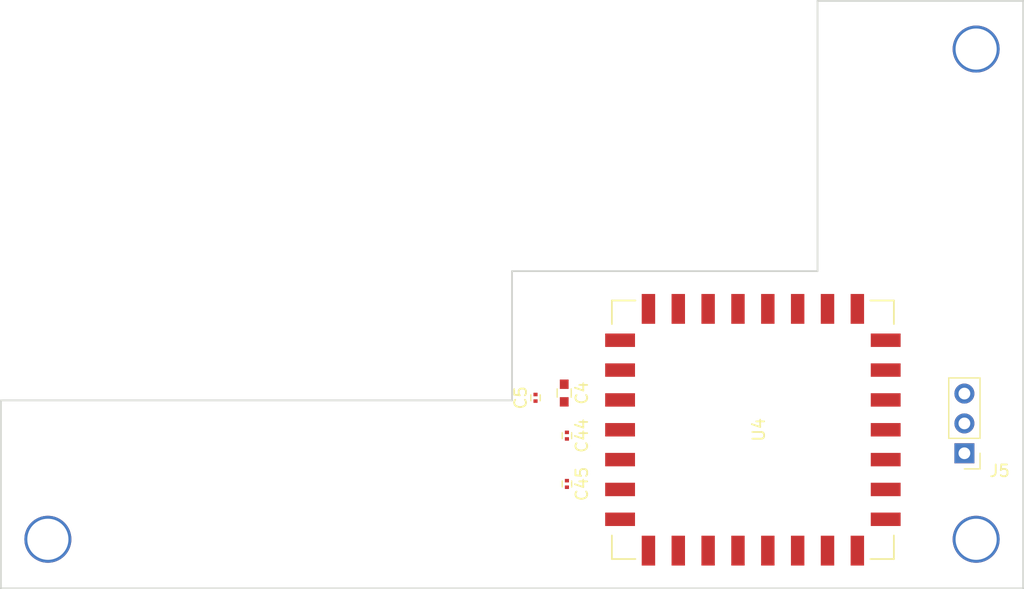
<source format=kicad_pcb>
(kicad_pcb (version 20171130) (host pcbnew 5.0.0-rc2-dev-unknown-2da7199~62~ubuntu16.04.1)

  (general
    (thickness 1.6)
    (drawings 8)
    (tracks 20)
    (zones 0)
    (modules 9)
    (nets 30)
  )

  (page A4)
  (layers
    (0 F.Cu signal)
    (1 In1.Cu signal hide)
    (2 In2.Cu signal hide)
    (3 In3.Cu signal hide)
    (4 In4.Cu signal hide)
    (31 B.Cu signal)
    (32 B.Adhes user hide)
    (33 F.Adhes user hide)
    (34 B.Paste user)
    (35 F.Paste user)
    (36 B.SilkS user)
    (37 F.SilkS user)
    (38 B.Mask user)
    (39 F.Mask user)
    (40 Dwgs.User user)
    (41 Cmts.User user)
    (42 Eco1.User user)
    (43 Eco2.User user)
    (44 Edge.Cuts user)
    (45 Margin user)
    (46 B.CrtYd user hide)
    (47 F.CrtYd user)
    (48 B.Fab user hide)
    (49 F.Fab user hide)
  )

  (setup
    (last_trace_width 0.25)
    (user_trace_width 0.127)
    (user_trace_width 0.1524)
    (user_trace_width 0.1778)
    (user_trace_width 0.2)
    (user_trace_width 0.254)
    (user_trace_width 0.2794)
    (user_trace_width 0.4)
    (user_trace_width 0.508)
    (trace_clearance 0.1)
    (zone_clearance 0.254)
    (zone_45_only yes)
    (trace_min 0.127)
    (segment_width 0.2)
    (edge_width 0.15)
    (via_size 0.8)
    (via_drill 0.4)
    (via_min_size 0.3556)
    (via_min_drill 0.1524)
    (user_via 0.3556 0.1524)
    (user_via 0.508 0.2032)
    (uvia_size 0.3)
    (uvia_drill 0.1)
    (uvias_allowed no)
    (uvia_min_size 0.2)
    (uvia_min_drill 0.1)
    (pcb_text_width 0.3)
    (pcb_text_size 1.5 1.5)
    (mod_edge_width 0.127)
    (mod_text_size 0.6 0.6)
    (mod_text_width 0.127)
    (pad_size 4 4)
    (pad_drill 3.5)
    (pad_to_mask_clearance 0.1)
    (aux_axis_origin 0 0)
    (grid_origin 138.5 92.5)
    (visible_elements FFFFFF7F)
    (pcbplotparams
      (layerselection 0x010fc_ffffffff)
      (usegerberextensions false)
      (usegerberattributes true)
      (usegerberadvancedattributes true)
      (creategerberjobfile true)
      (excludeedgelayer true)
      (linewidth 0.100000)
      (plotframeref false)
      (viasonmask false)
      (mode 1)
      (useauxorigin false)
      (hpglpennumber 1)
      (hpglpenspeed 20)
      (hpglpendiameter 15)
      (psnegative false)
      (psa4output false)
      (plotreference true)
      (plotvalue true)
      (plotinvisibletext false)
      (padsonsilk false)
      (subtractmaskfromsilk false)
      (outputformat 1)
      (mirror false)
      (drillshape 0)
      (scaleselection 1)
      (outputdirectory fab))
  )

  (net 0 "")
  (net 1 GND)
  (net 2 +3V3)
  (net 3 +1V8)
  (net 4 USB1_SSTX+)
  (net 5 /imu/CS_3V3)
  (net 6 /imu/SYNC_IN_3V3)
  (net 7 /imu/NRST_3V3)
  (net 8 /imu/MISO_3V3)
  (net 9 /imu/MOSI_3V3)
  (net 10 /imu/SCK_3V3)
  (net 11 IMU_RX1)
  (net 12 IMU_TX1)
  (net 13 /imu/SYNC_OUT_3V3)
  (net 14 /imu/TARE_3V3)
  (net 15 /imu/TX2)
  (net 16 /imu/RX2)
  (net 17 "Net-(U4-Pad8)")
  (net 18 "Net-(U4-Pad11)")
  (net 19 "Net-(U4-Pad14)")
  (net 20 "Net-(U4-Pad15)")
  (net 21 "Net-(U4-Pad20)")
  (net 22 "Net-(U4-Pad24)")
  (net 23 "Net-(U4-Pad25)")
  (net 24 "Net-(U4-Pad26)")
  (net 25 "Net-(U4-Pad27)")
  (net 26 "Net-(U4-Pad29)")
  (net 27 "Net-(M1-Pad1)")
  (net 28 "Net-(M2-Pad1)")
  (net 29 "Net-(M3-Pad1)")

  (net_class Default "This is the default net class."
    (clearance 0.1)
    (trace_width 0.25)
    (via_dia 0.8)
    (via_drill 0.4)
    (uvia_dia 0.3)
    (uvia_drill 0.1)
    (diff_pair_gap 0.127)
    (diff_pair_width 0.1778)
    (add_net +1V8)
    (add_net +3V3)
    (add_net /imu/CS_3V3)
    (add_net /imu/MISO_3V3)
    (add_net /imu/MOSI_3V3)
    (add_net /imu/NRST_3V3)
    (add_net /imu/RX2)
    (add_net /imu/SCK_3V3)
    (add_net /imu/SYNC_IN_3V3)
    (add_net /imu/SYNC_OUT_3V3)
    (add_net /imu/TARE_3V3)
    (add_net /imu/TX2)
    (add_net GND)
    (add_net IMU_RX1)
    (add_net IMU_TX1)
    (add_net "Net-(M1-Pad1)")
    (add_net "Net-(M2-Pad1)")
    (add_net "Net-(M3-Pad1)")
    (add_net "Net-(U4-Pad11)")
    (add_net "Net-(U4-Pad14)")
    (add_net "Net-(U4-Pad15)")
    (add_net "Net-(U4-Pad20)")
    (add_net "Net-(U4-Pad24)")
    (add_net "Net-(U4-Pad25)")
    (add_net "Net-(U4-Pad26)")
    (add_net "Net-(U4-Pad27)")
    (add_net "Net-(U4-Pad29)")
    (add_net "Net-(U4-Pad8)")
    (add_net USB1_SSTX+)
  )

  (module Mounting_Holes:MountingHole_3.5mm (layer F.Cu) (tedit 5A9CF095) (tstamp 5A9CF437)
    (at 178 130.82)
    (descr "Mounting Hole 3.5mm, no annular")
    (tags "mounting hole 3.5mm no annular")
    (path /5A9CF2F9)
    (attr virtual)
    (fp_text reference M3 (at 0 -4.5) (layer F.SilkS) hide
      (effects (font (size 1 1) (thickness 0.15)))
    )
    (fp_text value Conn_01x01 (at 0 4.5) (layer F.Fab)
      (effects (font (size 1 1) (thickness 0.15)))
    )
    (fp_circle (center 0 0) (end 3.75 0) (layer F.CrtYd) (width 0.05))
    (fp_circle (center 0 0) (end 3.5 0) (layer Cmts.User) (width 0.15))
    (fp_text user %R (at 0.3 0) (layer F.Fab)
      (effects (font (size 1 1) (thickness 0.15)))
    )
    (pad 1 thru_hole circle (at 0 0) (size 4 4) (drill 3.5) (layers *.Cu *.Mask)
      (net 29 "Net-(M3-Pad1)"))
  )

  (module Mounting_Holes:MountingHole_3.5mm (layer F.Cu) (tedit 5A9CF070) (tstamp 5A9CF42F)
    (at 99 130.82)
    (descr "Mounting Hole 3.5mm, no annular")
    (tags "mounting hole 3.5mm no annular")
    (path /5A9CF2DD)
    (attr virtual)
    (fp_text reference M2 (at 0 -4.5) (layer F.SilkS) hide
      (effects (font (size 1 1) (thickness 0.15)))
    )
    (fp_text value Conn_01x01 (at 0 4.5) (layer F.Fab)
      (effects (font (size 1 1) (thickness 0.15)))
    )
    (fp_text user %R (at 0.3 0) (layer F.Fab)
      (effects (font (size 1 1) (thickness 0.15)))
    )
    (fp_circle (center 0 0) (end 3.5 0) (layer Cmts.User) (width 0.15))
    (fp_circle (center 0 0) (end 3.75 0) (layer F.CrtYd) (width 0.05))
    (pad 1 thru_hole circle (at 0 0) (size 4 4) (drill 3.5) (layers *.Cu *.Mask)
      (net 28 "Net-(M2-Pad1)"))
  )

  (module Mounting_Holes:MountingHole_3.5mm (layer F.Cu) (tedit 5A9CF066) (tstamp 5A9CF427)
    (at 178 89.1)
    (descr "Mounting Hole 3.5mm, no annular")
    (tags "mounting hole 3.5mm no annular")
    (path /5A9CF2A7)
    (attr virtual)
    (fp_text reference M1 (at -5 -0.6) (layer F.SilkS) hide
      (effects (font (size 1 1) (thickness 0.15)))
    )
    (fp_text value Conn_01x01 (at 0 4.5) (layer F.Fab)
      (effects (font (size 1 1) (thickness 0.15)))
    )
    (fp_circle (center 0 0) (end 3.75 0) (layer F.CrtYd) (width 0.05))
    (fp_circle (center 0 0) (end 3.5 0) (layer Cmts.User) (width 0.15))
    (fp_text user %R (at 0.3 0) (layer F.Fab)
      (effects (font (size 1 1) (thickness 0.15)))
    )
    (pad 1 thru_hole circle (at 0 0) (size 4 4) (drill 3.5) (layers *.Cu *.Mask)
      (net 27 "Net-(M1-Pad1)"))
  )

  (module Capacitors_SMD:C_0201 (layer F.Cu) (tedit 58AA83DF) (tstamp 5A9CE98A)
    (at 143.1725 126.110952 270)
    (descr "Capacitor SMD 0201, reflow soldering, AVX (see smccp.pdf)")
    (tags "capacitor 0201")
    (path /5A9F7744/59E2A674)
    (attr smd)
    (fp_text reference C45 (at 0 -1.27 270) (layer F.SilkS)
      (effects (font (size 1 1) (thickness 0.15)))
    )
    (fp_text value 100n (at 0 1.27 270) (layer F.Fab)
      (effects (font (size 1 1) (thickness 0.15)))
    )
    (fp_line (start 0.58 0.32) (end -0.58 0.32) (layer F.CrtYd) (width 0.05))
    (fp_line (start 0.58 0.32) (end 0.58 -0.33) (layer F.CrtYd) (width 0.05))
    (fp_line (start -0.58 -0.33) (end -0.58 0.32) (layer F.CrtYd) (width 0.05))
    (fp_line (start -0.58 -0.33) (end 0.58 -0.33) (layer F.CrtYd) (width 0.05))
    (fp_line (start -0.25 -0.4) (end 0.25 -0.4) (layer F.SilkS) (width 0.12))
    (fp_line (start 0.25 0.4) (end -0.25 0.4) (layer F.SilkS) (width 0.12))
    (fp_line (start -0.3 -0.15) (end 0.3 -0.15) (layer F.Fab) (width 0.1))
    (fp_line (start 0.3 -0.15) (end 0.3 0.15) (layer F.Fab) (width 0.1))
    (fp_line (start 0.3 0.15) (end -0.3 0.15) (layer F.Fab) (width 0.1))
    (fp_line (start -0.3 0.15) (end -0.3 -0.15) (layer F.Fab) (width 0.1))
    (fp_text user %R (at 0 -1.27 270) (layer F.Fab)
      (effects (font (size 1 1) (thickness 0.15)))
    )
    (pad 2 smd rect (at 0.28 0 270) (size 0.3 0.35) (layers F.Cu F.Paste F.Mask)
      (net 1 GND))
    (pad 1 smd rect (at -0.28 0 270) (size 0.3 0.35) (layers F.Cu F.Paste F.Mask)
      (net 2 +3V3))
    (model Capacitors_SMD.3dshapes/C_0201.wrl
      (at (xyz 0 0 0))
      (scale (xyz 1 1 1))
      (rotate (xyz 0 0 0))
    )
  )

  (module Capacitors_SMD:C_0201 (layer F.Cu) (tedit 58AA83DF) (tstamp 5A9CE979)
    (at 143.1725 122.000952 270)
    (descr "Capacitor SMD 0201, reflow soldering, AVX (see smccp.pdf)")
    (tags "capacitor 0201")
    (path /5A9F7744/59E2A67B)
    (attr smd)
    (fp_text reference C44 (at 0 -1.27 270) (layer F.SilkS)
      (effects (font (size 1 1) (thickness 0.15)))
    )
    (fp_text value 100n (at 0 1.27 270) (layer F.Fab)
      (effects (font (size 1 1) (thickness 0.15)))
    )
    (fp_text user %R (at 0 -1.27 270) (layer F.Fab)
      (effects (font (size 1 1) (thickness 0.15)))
    )
    (fp_line (start -0.3 0.15) (end -0.3 -0.15) (layer F.Fab) (width 0.1))
    (fp_line (start 0.3 0.15) (end -0.3 0.15) (layer F.Fab) (width 0.1))
    (fp_line (start 0.3 -0.15) (end 0.3 0.15) (layer F.Fab) (width 0.1))
    (fp_line (start -0.3 -0.15) (end 0.3 -0.15) (layer F.Fab) (width 0.1))
    (fp_line (start 0.25 0.4) (end -0.25 0.4) (layer F.SilkS) (width 0.12))
    (fp_line (start -0.25 -0.4) (end 0.25 -0.4) (layer F.SilkS) (width 0.12))
    (fp_line (start -0.58 -0.33) (end 0.58 -0.33) (layer F.CrtYd) (width 0.05))
    (fp_line (start -0.58 -0.33) (end -0.58 0.32) (layer F.CrtYd) (width 0.05))
    (fp_line (start 0.58 0.32) (end 0.58 -0.33) (layer F.CrtYd) (width 0.05))
    (fp_line (start 0.58 0.32) (end -0.58 0.32) (layer F.CrtYd) (width 0.05))
    (pad 1 smd rect (at -0.28 0 270) (size 0.3 0.35) (layers F.Cu F.Paste F.Mask)
      (net 3 +1V8))
    (pad 2 smd rect (at 0.28 0 270) (size 0.3 0.35) (layers F.Cu F.Paste F.Mask)
      (net 1 GND))
    (model Capacitors_SMD.3dshapes/C_0201.wrl
      (at (xyz 0 0 0))
      (scale (xyz 1 1 1))
      (rotate (xyz 0 0 0))
    )
  )

  (module Capacitors_SMD:C_0201 (layer F.Cu) (tedit 58AA83DF) (tstamp 5A9CE968)
    (at 140.5 118.78 90)
    (descr "Capacitor SMD 0201, reflow soldering, AVX (see smccp.pdf)")
    (tags "capacitor 0201")
    (path /5A9F7744/59E07815)
    (attr smd)
    (fp_text reference C5 (at 0 -1.27 90) (layer F.SilkS)
      (effects (font (size 1 1) (thickness 0.15)))
    )
    (fp_text value 100n (at 0 1.27 90) (layer F.Fab)
      (effects (font (size 1 1) (thickness 0.15)))
    )
    (fp_line (start 0.58 0.32) (end -0.58 0.32) (layer F.CrtYd) (width 0.05))
    (fp_line (start 0.58 0.32) (end 0.58 -0.33) (layer F.CrtYd) (width 0.05))
    (fp_line (start -0.58 -0.33) (end -0.58 0.32) (layer F.CrtYd) (width 0.05))
    (fp_line (start -0.58 -0.33) (end 0.58 -0.33) (layer F.CrtYd) (width 0.05))
    (fp_line (start -0.25 -0.4) (end 0.25 -0.4) (layer F.SilkS) (width 0.12))
    (fp_line (start 0.25 0.4) (end -0.25 0.4) (layer F.SilkS) (width 0.12))
    (fp_line (start -0.3 -0.15) (end 0.3 -0.15) (layer F.Fab) (width 0.1))
    (fp_line (start 0.3 -0.15) (end 0.3 0.15) (layer F.Fab) (width 0.1))
    (fp_line (start 0.3 0.15) (end -0.3 0.15) (layer F.Fab) (width 0.1))
    (fp_line (start -0.3 0.15) (end -0.3 -0.15) (layer F.Fab) (width 0.1))
    (fp_text user %R (at 0 -1.27 90) (layer F.Fab)
      (effects (font (size 1 1) (thickness 0.15)))
    )
    (pad 2 smd rect (at 0.28 0 90) (size 0.3 0.35) (layers F.Cu F.Paste F.Mask)
      (net 1 GND))
    (pad 1 smd rect (at -0.28 0 90) (size 0.3 0.35) (layers F.Cu F.Paste F.Mask)
      (net 2 +3V3))
    (model Capacitors_SMD.3dshapes/C_0201.wrl
      (at (xyz 0 0 0))
      (scale (xyz 1 1 1))
      (rotate (xyz 0 0 0))
    )
  )

  (module Capacitors_SMD:C_0603 (layer F.Cu) (tedit 59958EE7) (tstamp 5A9CE957)
    (at 142.9425 118.374762 270)
    (descr "Capacitor SMD 0603, reflow soldering, AVX (see smccp.pdf)")
    (tags "capacitor 0603")
    (path /5A9F7744/59E0773B)
    (attr smd)
    (fp_text reference C4 (at 0 -1.5 270) (layer F.SilkS)
      (effects (font (size 1 1) (thickness 0.15)))
    )
    (fp_text value 10u (at 0 1.5 270) (layer F.Fab)
      (effects (font (size 1 1) (thickness 0.15)))
    )
    (fp_text user %R (at 0 0 270) (layer F.Fab)
      (effects (font (size 0.3 0.3) (thickness 0.075)))
    )
    (fp_line (start -0.8 0.4) (end -0.8 -0.4) (layer F.Fab) (width 0.1))
    (fp_line (start 0.8 0.4) (end -0.8 0.4) (layer F.Fab) (width 0.1))
    (fp_line (start 0.8 -0.4) (end 0.8 0.4) (layer F.Fab) (width 0.1))
    (fp_line (start -0.8 -0.4) (end 0.8 -0.4) (layer F.Fab) (width 0.1))
    (fp_line (start -0.35 -0.6) (end 0.35 -0.6) (layer F.SilkS) (width 0.12))
    (fp_line (start 0.35 0.6) (end -0.35 0.6) (layer F.SilkS) (width 0.12))
    (fp_line (start -1.4 -0.65) (end 1.4 -0.65) (layer F.CrtYd) (width 0.05))
    (fp_line (start -1.4 -0.65) (end -1.4 0.65) (layer F.CrtYd) (width 0.05))
    (fp_line (start 1.4 0.65) (end 1.4 -0.65) (layer F.CrtYd) (width 0.05))
    (fp_line (start 1.4 0.65) (end -1.4 0.65) (layer F.CrtYd) (width 0.05))
    (pad 1 smd rect (at -0.75 0 270) (size 0.8 0.75) (layers F.Cu F.Paste F.Mask)
      (net 2 +3V3))
    (pad 2 smd rect (at 0.75 0 270) (size 0.8 0.75) (layers F.Cu F.Paste F.Mask)
      (net 1 GND))
    (model Capacitors_SMD.3dshapes/C_0603.wrl
      (at (xyz 0 0 0))
      (scale (xyz 1 1 1))
      (rotate (xyz 0 0 0))
    )
  )

  (module IMU:VN-100 (layer F.Cu) (tedit 59820EE6) (tstamp 5A9DABB3)
    (at 159 121.5 90)
    (path /5A9F7744/59E05F71)
    (attr smd)
    (fp_text reference U4 (at 0 0.5 90) (layer F.SilkS)
      (effects (font (size 1 1) (thickness 0.15)))
    )
    (fp_text value VN-100 (at 0 -0.5 90) (layer F.Fab)
      (effects (font (size 1 1) (thickness 0.15)))
    )
    (fp_line (start 9 12) (end 11 12) (layer F.SilkS) (width 0.15))
    (fp_line (start 11 12) (end 11 10) (layer F.SilkS) (width 0.15))
    (fp_line (start 11 -10) (end 11 -12) (layer F.SilkS) (width 0.15))
    (fp_line (start 11 -12) (end 9 -12) (layer F.SilkS) (width 0.15))
    (fp_line (start -9 -12) (end -11 -12) (layer F.SilkS) (width 0.15))
    (fp_line (start -11 -12) (end -11 -10) (layer F.SilkS) (width 0.15))
    (fp_line (start -11 10) (end -11 12) (layer F.SilkS) (width 0.15))
    (fp_line (start -11 12) (end -9 12) (layer F.SilkS) (width 0.15))
    (pad 1 smd rect (at 10.287 8.89 90) (size 2.54 1.143) (layers F.Cu F.Paste F.Mask)
      (net 1 GND))
    (pad 2 smd rect (at 10.287 6.35 90) (size 2.54 1.143) (layers F.Cu F.Paste F.Mask)
      (net 1 GND))
    (pad 3 smd rect (at 10.287 3.81 90) (size 2.54 1.143) (layers F.Cu F.Paste F.Mask)
      (net 1 GND))
    (pad 4 smd rect (at 10.287 1.27 90) (size 2.54 1.143) (layers F.Cu F.Paste F.Mask)
      (net 1 GND))
    (pad 5 smd rect (at 10.287 -1.27 90) (size 2.54 1.143) (layers F.Cu F.Paste F.Mask)
      (net 15 /imu/TX2))
    (pad 6 smd rect (at 10.287 -3.81 90) (size 2.54 1.143) (layers F.Cu F.Paste F.Mask)
      (net 16 /imu/RX2))
    (pad 7 smd rect (at 10.287 -6.35 90) (size 2.54 1.143) (layers F.Cu F.Paste F.Mask)
      (net 14 /imu/TARE_3V3))
    (pad 8 smd rect (at 10.287 -8.89 90) (size 2.54 1.143) (layers F.Cu F.Paste F.Mask)
      (net 17 "Net-(U4-Pad8)"))
    (pad 9 smd rect (at 7.62 -11.303 180) (size 2.54 1.143) (layers F.Cu F.Paste F.Mask)
      (net 13 /imu/SYNC_OUT_3V3))
    (pad 10 smd rect (at 5.08 -11.303 180) (size 2.54 1.143) (layers F.Cu F.Paste F.Mask)
      (net 2 +3V3))
    (pad 11 smd rect (at 2.54 -11.303 180) (size 2.54 1.143) (layers F.Cu F.Paste F.Mask)
      (net 18 "Net-(U4-Pad11)"))
    (pad 12 smd rect (at 0 -11.303 180) (size 2.54 1.143) (layers F.Cu F.Paste F.Mask)
      (net 12 IMU_TX1))
    (pad 13 smd rect (at -2.54 -11.303 180) (size 2.54 1.143) (layers F.Cu F.Paste F.Mask)
      (net 11 IMU_RX1))
    (pad 14 smd rect (at -5.08 -11.303 180) (size 2.54 1.143) (layers F.Cu F.Paste F.Mask)
      (net 19 "Net-(U4-Pad14)"))
    (pad 15 smd rect (at -7.62 -11.303 180) (size 2.54 1.143) (layers F.Cu F.Paste F.Mask)
      (net 20 "Net-(U4-Pad15)"))
    (pad 16 smd rect (at -10.287 -8.89 270) (size 2.54 1.143) (layers F.Cu F.Paste F.Mask)
      (net 10 /imu/SCK_3V3))
    (pad 17 smd rect (at -10.287 -6.35 270) (size 2.54 1.143) (layers F.Cu F.Paste F.Mask)
      (net 9 /imu/MOSI_3V3))
    (pad 18 smd rect (at -10.287 -3.81 270) (size 2.54 1.143) (layers F.Cu F.Paste F.Mask)
      (net 1 GND))
    (pad 19 smd rect (at -10.287 -1.27 270) (size 2.54 1.143) (layers F.Cu F.Paste F.Mask)
      (net 8 /imu/MISO_3V3))
    (pad 20 smd rect (at -10.287 1.27 270) (size 2.54 1.143) (layers F.Cu F.Paste F.Mask)
      (net 21 "Net-(U4-Pad20)"))
    (pad 21 smd rect (at -10.287 3.81 270) (size 2.54 1.143) (layers F.Cu F.Paste F.Mask)
      (net 7 /imu/NRST_3V3))
    (pad 22 smd rect (at -10.287 6.35 270) (size 2.54 1.143) (layers F.Cu F.Paste F.Mask)
      (net 6 /imu/SYNC_IN_3V3))
    (pad 23 smd rect (at -10.287 8.89 270) (size 2.54 1.143) (layers F.Cu F.Paste F.Mask)
      (net 5 /imu/CS_3V3))
    (pad 24 smd rect (at -7.62 11.303) (size 2.54 1.143) (layers F.Cu F.Paste F.Mask)
      (net 22 "Net-(U4-Pad24)"))
    (pad 25 smd rect (at -5.08 11.303) (size 2.54 1.143) (layers F.Cu F.Paste F.Mask)
      (net 23 "Net-(U4-Pad25)"))
    (pad 26 smd rect (at -2.54 11.303) (size 2.54 1.143) (layers F.Cu F.Paste F.Mask)
      (net 24 "Net-(U4-Pad26)"))
    (pad 27 smd rect (at 0 11.303) (size 2.54 1.143) (layers F.Cu F.Paste F.Mask)
      (net 25 "Net-(U4-Pad27)"))
    (pad 28 smd rect (at 2.54 11.303) (size 2.54 1.143) (layers F.Cu F.Paste F.Mask)
      (net 1 GND))
    (pad 29 smd rect (at 5.08 11.303) (size 2.54 1.143) (layers F.Cu F.Paste F.Mask)
      (net 26 "Net-(U4-Pad29)"))
    (pad 30 smd rect (at 7.62 11.303) (size 2.54 1.143) (layers F.Cu F.Paste F.Mask)
      (net 1 GND))
    (model ${KIWORKSPACE}/osrf_hw_nonfree/IMU.3dshapes/VN-100SMD.STEP
      (offset (xyz -11.1499998325438 -12.14999981752531 0))
      (scale (xyz 1 1 1))
      (rotate (xyz -90 0 0))
    )
  )

  (module Pin_Headers:Pin_Header_Straight_1x03_Pitch2.54mm (layer F.Cu) (tedit 59650532) (tstamp 5A9D7C93)
    (at 177 123.5 180)
    (descr "Through hole straight pin header, 1x03, 2.54mm pitch, single row")
    (tags "Through hole pin header THT 1x03 2.54mm single row")
    (path /5A9F7744/59FD5F55)
    (fp_text reference J5 (at -3 -1.5 180) (layer F.SilkS)
      (effects (font (size 1 1) (thickness 0.15)))
    )
    (fp_text value "IMU DEBUG" (at 0 7.41 180) (layer F.Fab)
      (effects (font (size 1 1) (thickness 0.15)))
    )
    (fp_text user %R (at 0 2.54 270) (layer F.Fab)
      (effects (font (size 1 1) (thickness 0.15)))
    )
    (fp_line (start 1.8 -1.8) (end -1.8 -1.8) (layer F.CrtYd) (width 0.05))
    (fp_line (start 1.8 6.85) (end 1.8 -1.8) (layer F.CrtYd) (width 0.05))
    (fp_line (start -1.8 6.85) (end 1.8 6.85) (layer F.CrtYd) (width 0.05))
    (fp_line (start -1.8 -1.8) (end -1.8 6.85) (layer F.CrtYd) (width 0.05))
    (fp_line (start -1.33 -1.33) (end 0 -1.33) (layer F.SilkS) (width 0.12))
    (fp_line (start -1.33 0) (end -1.33 -1.33) (layer F.SilkS) (width 0.12))
    (fp_line (start -1.33 1.27) (end 1.33 1.27) (layer F.SilkS) (width 0.12))
    (fp_line (start 1.33 1.27) (end 1.33 6.41) (layer F.SilkS) (width 0.12))
    (fp_line (start -1.33 1.27) (end -1.33 6.41) (layer F.SilkS) (width 0.12))
    (fp_line (start -1.33 6.41) (end 1.33 6.41) (layer F.SilkS) (width 0.12))
    (fp_line (start -1.27 -0.635) (end -0.635 -1.27) (layer F.Fab) (width 0.1))
    (fp_line (start -1.27 6.35) (end -1.27 -0.635) (layer F.Fab) (width 0.1))
    (fp_line (start 1.27 6.35) (end -1.27 6.35) (layer F.Fab) (width 0.1))
    (fp_line (start 1.27 -1.27) (end 1.27 6.35) (layer F.Fab) (width 0.1))
    (fp_line (start -0.635 -1.27) (end 1.27 -1.27) (layer F.Fab) (width 0.1))
    (pad 3 thru_hole oval (at 0 5.08 180) (size 1.7 1.7) (drill 1) (layers *.Cu *.Mask)
      (net 1 GND))
    (pad 2 thru_hole oval (at 0 2.54 180) (size 1.7 1.7) (drill 1) (layers *.Cu *.Mask)
      (net 15 /imu/TX2))
    (pad 1 thru_hole rect (at 0 0 180) (size 1.7 1.7) (drill 1) (layers *.Cu *.Mask)
      (net 16 /imu/RX2))
    (model ${KISYS3DMOD}/Pin_Headers.3dshapes/Pin_Header_Straight_1x03_Pitch2.54mm.wrl
      (at (xyz 0 0 0))
      (scale (xyz 1 1 1))
      (rotate (xyz 0 0 0))
    )
  )

  (gr_line (start 138.5 119) (end 95 119) (layer Edge.Cuts) (width 0.15))
  (gr_line (start 138.5 108) (end 138.5 119) (layer Edge.Cuts) (width 0.15))
  (gr_line (start 164.5 108) (end 138.5 108) (layer Edge.Cuts) (width 0.15))
  (gr_line (start 164.5 85) (end 164.5 108) (layer Edge.Cuts) (width 0.15))
  (gr_line (start 95 119) (end 95 135) (layer Edge.Cuts) (width 0.15))
  (gr_line (start 182 135) (end 182 85) (layer Edge.Cuts) (width 0.15))
  (gr_line (start 95 135) (end 182 135) (layer Edge.Cuts) (width 0.15))
  (gr_line (start 164.5 85) (end 182 85) (layer Edge.Cuts) (width 0.15))

  (segment (start 162.5 113.7) (end 161.2 112.4) (width 0.1778) (layer In1.Cu) (net 4))
  (segment (start 163.3 112.9) (end 162.3 111.9) (width 0.1778) (layer In1.Cu) (net 4))
  (segment (start 164.1 112.1) (end 163.2 111.2) (width 0.1778) (layer In1.Cu) (net 4))
  (segment (start 162.5 115.3) (end 161.7 114.5) (width 0.1778) (layer In1.Cu) (net 4))
  (segment (start 163.3 114.5) (end 164.4 115.6) (width 0.1778) (layer In1.Cu) (net 4))
  (segment (start 164.1 113.7) (end 165.1 114.7) (width 0.1778) (layer In1.Cu) (net 4))
  (segment (start 164.9 112.9) (end 166 114) (width 0.1778) (layer In1.Cu) (net 4))
  (segment (start 164.9 112.9) (end 164.1 112.1) (width 0.1778) (layer In1.Cu) (net 4))
  (segment (start 164.1 113.7) (end 163.3 112.9) (width 0.1778) (layer In1.Cu) (net 4))
  (segment (start 163.3 114.5) (end 162.5 113.7) (width 0.1778) (layer In1.Cu) (net 4))
  (segment (start 163.3 114.5) (end 162.5 115.3) (width 0.1778) (layer In1.Cu) (net 4))
  (segment (start 164.1 113.7) (end 163.3 114.5) (width 0.1778) (layer In1.Cu) (net 4))
  (segment (start 164.9 112.9) (end 164.1 113.7) (width 0.1778) (layer In1.Cu) (net 4))
  (segment (start 164.9 112.9) (end 166 111.8) (width 0.1778) (layer In1.Cu) (net 4))
  (segment (start 164.1 112.1) (end 164.9 111.3) (width 0.1778) (layer In1.Cu) (net 4))
  (segment (start 163.3 112.9) (end 164.1 112.1) (width 0.1778) (layer In1.Cu) (net 4))
  (segment (start 162.5 113.7) (end 161.7 114.5) (width 0.1778) (layer In1.Cu) (net 4))
  (segment (start 163.3 112.9) (end 162.5 113.7) (width 0.1778) (layer In1.Cu) (net 4))
  (segment (start 178.305 90.55) (end 178.305 90.25) (width 0.25) (layer F.Cu) (net 27))
  (segment (start 164.4 110.9) (end 163.6 110.1) (width 0.1778) (layer In1.Cu) (net 1))

  (zone (net 1) (net_name GND) (layer In1.Cu) (tstamp 0) (hatch edge 0.508)
    (connect_pads (clearance 0.254))
    (min_thickness 0.254)
    (fill yes (arc_segments 32) (thermal_gap 0.508) (thermal_bridge_width 0.8))
    (polygon
      (pts
        (xy 95 135) (xy 213 135) (xy 213 79.5) (xy 95 79.5)
      )
    )
    (filled_polygon
      (pts
        (xy 181.544 134.544) (xy 95.456 134.544) (xy 95.456 130.585492) (xy 96.619 130.585492) (xy 96.619 131.054508)
        (xy 96.7105 131.514512) (xy 96.889985 131.947827) (xy 97.150556 132.337799) (xy 97.482201 132.669444) (xy 97.872173 132.930015)
        (xy 98.305488 133.1095) (xy 98.765492 133.201) (xy 99.234508 133.201) (xy 99.694512 133.1095) (xy 100.127827 132.930015)
        (xy 100.517799 132.669444) (xy 100.849444 132.337799) (xy 101.110015 131.947827) (xy 101.2895 131.514512) (xy 101.381 131.054508)
        (xy 101.381 130.585492) (xy 175.619 130.585492) (xy 175.619 131.054508) (xy 175.7105 131.514512) (xy 175.889985 131.947827)
        (xy 176.150556 132.337799) (xy 176.482201 132.669444) (xy 176.872173 132.930015) (xy 177.305488 133.1095) (xy 177.765492 133.201)
        (xy 178.234508 133.201) (xy 178.694512 133.1095) (xy 179.127827 132.930015) (xy 179.517799 132.669444) (xy 179.849444 132.337799)
        (xy 180.110015 131.947827) (xy 180.2895 131.514512) (xy 180.381 131.054508) (xy 180.381 130.585492) (xy 180.2895 130.125488)
        (xy 180.110015 129.692173) (xy 179.849444 129.302201) (xy 179.517799 128.970556) (xy 179.127827 128.709985) (xy 178.694512 128.5305)
        (xy 178.234508 128.439) (xy 177.765492 128.439) (xy 177.305488 128.5305) (xy 176.872173 128.709985) (xy 176.482201 128.970556)
        (xy 176.150556 129.302201) (xy 175.889985 129.692173) (xy 175.7105 130.125488) (xy 175.619 130.585492) (xy 101.381 130.585492)
        (xy 101.2895 130.125488) (xy 101.110015 129.692173) (xy 100.849444 129.302201) (xy 100.517799 128.970556) (xy 100.127827 128.709985)
        (xy 99.694512 128.5305) (xy 99.234508 128.439) (xy 98.765492 128.439) (xy 98.305488 128.5305) (xy 97.872173 128.709985)
        (xy 97.482201 128.970556) (xy 97.150556 129.302201) (xy 96.889985 129.692173) (xy 96.7105 130.125488) (xy 96.619 130.585492)
        (xy 95.456 130.585492) (xy 95.456 124.8) (xy 143.423 124.8) (xy 143.423 126.8) (xy 143.432667 126.848601)
        (xy 143.460197 126.889803) (xy 143.501399 126.917333) (xy 143.55 126.927) (xy 143.95 126.927) (xy 143.998601 126.917333)
        (xy 144.039803 126.889803) (xy 144.067333 126.848601) (xy 144.077 126.8) (xy 144.077 124.8) (xy 144.423 124.8)
        (xy 144.423 126.8) (xy 144.432667 126.848601) (xy 144.460197 126.889803) (xy 144.501399 126.917333) (xy 144.55 126.927)
        (xy 145.45 126.927) (xy 145.498601 126.917333) (xy 145.539803 126.889803) (xy 145.567333 126.848601) (xy 145.577 126.8)
        (xy 145.577 124.8) (xy 145.923 124.8) (xy 145.923 126.8) (xy 145.932667 126.848601) (xy 145.960197 126.889803)
        (xy 146.001399 126.917333) (xy 146.05 126.927) (xy 146.95 126.927) (xy 146.998601 126.917333) (xy 147.039803 126.889803)
        (xy 147.067333 126.848601) (xy 147.077 126.8) (xy 147.077 124.8) (xy 147.423 124.8) (xy 147.423 126.8)
        (xy 147.432667 126.848601) (xy 147.460197 126.889803) (xy 147.501399 126.917333) (xy 147.55 126.927) (xy 148.45 126.927)
        (xy 148.498601 126.917333) (xy 148.539803 126.889803) (xy 148.567333 126.848601) (xy 148.577 126.8) (xy 148.577 124.8)
        (xy 148.923 124.8) (xy 148.923 126.8) (xy 148.932667 126.848601) (xy 148.960197 126.889803) (xy 149.001399 126.917333)
        (xy 149.05 126.927) (xy 149.45 126.927) (xy 149.498601 126.917333) (xy 149.539803 126.889803) (xy 149.567333 126.848601)
        (xy 149.577 126.8) (xy 149.577 124.8) (xy 149.567333 124.751399) (xy 149.539803 124.710197) (xy 149.498601 124.682667)
        (xy 149.45 124.673) (xy 149.05 124.673) (xy 149.001399 124.682667) (xy 148.960197 124.710197) (xy 148.932667 124.751399)
        (xy 148.923 124.8) (xy 148.577 124.8) (xy 148.567333 124.751399) (xy 148.539803 124.710197) (xy 148.498601 124.682667)
        (xy 148.45 124.673) (xy 147.55 124.673) (xy 147.501399 124.682667) (xy 147.460197 124.710197) (xy 147.432667 124.751399)
        (xy 147.423 124.8) (xy 147.077 124.8) (xy 147.067333 124.751399) (xy 147.039803 124.710197) (xy 146.998601 124.682667)
        (xy 146.95 124.673) (xy 146.05 124.673) (xy 146.001399 124.682667) (xy 145.960197 124.710197) (xy 145.932667 124.751399)
        (xy 145.923 124.8) (xy 145.577 124.8) (xy 145.567333 124.751399) (xy 145.539803 124.710197) (xy 145.498601 124.682667)
        (xy 145.45 124.673) (xy 144.55 124.673) (xy 144.501399 124.682667) (xy 144.460197 124.710197) (xy 144.432667 124.751399)
        (xy 144.423 124.8) (xy 144.077 124.8) (xy 144.067333 124.751399) (xy 144.039803 124.710197) (xy 143.998601 124.682667)
        (xy 143.95 124.673) (xy 143.55 124.673) (xy 143.501399 124.682667) (xy 143.460197 124.710197) (xy 143.432667 124.751399)
        (xy 143.423 124.8) (xy 95.456 124.8) (xy 95.456 122.65) (xy 175.767157 122.65) (xy 175.767157 124.35)
        (xy 175.774513 124.424689) (xy 175.796299 124.496508) (xy 175.831678 124.562696) (xy 175.879289 124.620711) (xy 175.937304 124.668322)
        (xy 176.003492 124.703701) (xy 176.075311 124.725487) (xy 176.15 124.732843) (xy 177.85 124.732843) (xy 177.924689 124.725487)
        (xy 177.996508 124.703701) (xy 178.062696 124.668322) (xy 178.120711 124.620711) (xy 178.168322 124.562696) (xy 178.203701 124.496508)
        (xy 178.225487 124.424689) (xy 178.232843 124.35) (xy 178.232843 122.65) (xy 178.225487 122.575311) (xy 178.203701 122.503492)
        (xy 178.168322 122.437304) (xy 178.120711 122.379289) (xy 178.062696 122.331678) (xy 177.996508 122.296299) (xy 177.924689 122.274513)
        (xy 177.85 122.267157) (xy 176.15 122.267157) (xy 176.075311 122.274513) (xy 176.003492 122.296299) (xy 175.937304 122.331678)
        (xy 175.879289 122.379289) (xy 175.831678 122.437304) (xy 175.796299 122.503492) (xy 175.774513 122.575311) (xy 175.767157 122.65)
        (xy 95.456 122.65) (xy 95.456 119.456) (xy 138.477601 119.456) (xy 138.5 119.458206) (xy 138.589392 119.449402)
        (xy 138.675348 119.423327) (xy 138.754566 119.380984) (xy 138.824001 119.324001) (xy 138.880984 119.254566) (xy 138.923327 119.175348)
        (xy 138.949402 119.089392) (xy 138.956 119.022399) (xy 138.958206 119) (xy 138.956 118.977601) (xy 138.956 118.917985)
        (xy 175.600988 118.917985) (xy 175.658612 119.057129) (xy 175.808684 119.306579) (xy 176.004538 119.521958) (xy 176.238647 119.694989)
        (xy 176.502014 119.819023) (xy 176.726998 119.720952) (xy 176.726998 119.756423) (xy 176.526637 119.817202) (xy 176.312784 119.931509)
        (xy 176.12534 120.08534) (xy 175.971509 120.272784) (xy 175.857202 120.486637) (xy 175.786812 120.718682) (xy 175.763044 120.96)
        (xy 175.786812 121.201318) (xy 175.857202 121.433363) (xy 175.971509 121.647216) (xy 176.12534 121.83466) (xy 176.312784 121.988491)
        (xy 176.526637 122.102798) (xy 176.758682 122.173188) (xy 176.939528 122.191) (xy 177.060472 122.191) (xy 177.241318 122.173188)
        (xy 177.473363 122.102798) (xy 177.687216 121.988491) (xy 177.87466 121.83466) (xy 178.028491 121.647216) (xy 178.142798 121.433363)
        (xy 178.213188 121.201318) (xy 178.236956 120.96) (xy 178.213188 120.718682) (xy 178.142798 120.486637) (xy 178.028491 120.272784)
        (xy 177.87466 120.08534) (xy 177.687216 119.931509) (xy 177.473363 119.817202) (xy 177.273002 119.756423) (xy 177.273002 119.720952)
        (xy 177.497986 119.819023) (xy 177.761353 119.694989) (xy 177.995462 119.521958) (xy 178.191316 119.306579) (xy 178.341388 119.057129)
        (xy 178.399012 118.917985) (xy 178.297848 118.693) (xy 177.273 118.693) (xy 177.273 118.713) (xy 176.727 118.713)
        (xy 176.727 118.693) (xy 175.702152 118.693) (xy 175.600988 118.917985) (xy 138.956 118.917985) (xy 138.956 117.922015)
        (xy 175.600988 117.922015) (xy 175.702152 118.147) (xy 176.727 118.147) (xy 176.727 117.119049) (xy 177.273 117.119049)
        (xy 177.273 118.147) (xy 178.297848 118.147) (xy 178.399012 117.922015) (xy 178.341388 117.782871) (xy 178.191316 117.533421)
        (xy 177.995462 117.318042) (xy 177.761353 117.145011) (xy 177.497986 117.020977) (xy 177.273 117.119049) (xy 176.727 117.119049)
        (xy 176.502014 117.020977) (xy 176.238647 117.145011) (xy 176.004538 117.318042) (xy 175.808684 117.533421) (xy 175.658612 117.782871)
        (xy 175.600988 117.922015) (xy 138.956 117.922015) (xy 138.956 112.4) (xy 160.727827 112.4) (xy 160.7369 112.492116)
        (xy 160.763769 112.580692) (xy 160.807404 112.662325) (xy 160.851413 112.715951) (xy 161.835461 113.7) (xy 161.384046 114.151416)
        (xy 161.366124 114.166124) (xy 161.307404 114.237675) (xy 161.263769 114.319308) (xy 161.2369 114.407884) (xy 161.227827 114.5)
        (xy 161.2369 114.592116) (xy 161.263769 114.680692) (xy 161.307404 114.762325) (xy 161.331854 114.792117) (xy 161.366124 114.833876)
        (xy 161.384046 114.848584) (xy 162.15142 115.615959) (xy 162.166124 115.633876) (xy 162.184041 115.64858) (xy 162.184048 115.648587)
        (xy 162.237674 115.692597) (xy 162.319307 115.736231) (xy 162.407883 115.7631) (xy 162.5 115.772173) (xy 162.592117 115.7631)
        (xy 162.680692 115.736231) (xy 162.762325 115.692597) (xy 162.833876 115.633876) (xy 162.848586 115.615952) (xy 163.3 115.164538)
        (xy 164.084048 115.948587) (xy 164.137674 115.992597) (xy 164.219307 116.036231) (xy 164.307883 116.0631) (xy 164.4 116.072173)
        (xy 164.492116 116.0631) (xy 164.580692 116.036231) (xy 164.662325 115.992597) (xy 164.733876 115.933876) (xy 164.792597 115.862325)
        (xy 164.836231 115.780692) (xy 164.8631 115.692116) (xy 164.872173 115.6) (xy 164.8631 115.507883) (xy 164.836231 115.419307)
        (xy 164.792597 115.337674) (xy 164.748587 115.284048) (xy 163.964538 114.5) (xy 164.1 114.364538) (xy 164.784048 115.048587)
        (xy 164.837675 115.092597) (xy 164.919307 115.136231) (xy 165.007883 115.1631) (xy 165.1 115.172173) (xy 165.192117 115.1631)
        (xy 165.280692 115.136231) (xy 165.362325 115.092597) (xy 165.433877 115.033877) (xy 165.492597 114.962325) (xy 165.536231 114.880692)
        (xy 165.5631 114.792117) (xy 165.572173 114.7) (xy 165.5631 114.607883) (xy 165.536231 114.519307) (xy 165.492597 114.437675)
        (xy 165.448587 114.384048) (xy 164.764538 113.7) (xy 164.9 113.564538) (xy 165.684048 114.348587) (xy 165.737674 114.392597)
        (xy 165.819307 114.436231) (xy 165.907883 114.4631) (xy 166 114.472173) (xy 166.092116 114.4631) (xy 166.180692 114.436231)
        (xy 166.262325 114.392597) (xy 166.333876 114.333876) (xy 166.392597 114.262325) (xy 166.436231 114.180692) (xy 166.4631 114.092116)
        (xy 166.472173 114) (xy 166.4631 113.907883) (xy 166.436231 113.819307) (xy 166.392597 113.737674) (xy 166.348587 113.684048)
        (xy 165.564538 112.9) (xy 166.348587 112.115952) (xy 166.392597 112.062326) (xy 166.436231 111.980693) (xy 166.4631 111.892117)
        (xy 166.472173 111.8) (xy 166.4631 111.707884) (xy 166.436231 111.619308) (xy 166.392597 111.537675) (xy 166.333876 111.466124)
        (xy 166.262325 111.407403) (xy 166.180692 111.363769) (xy 166.092116 111.3369) (xy 166 111.327827) (xy 165.907883 111.3369)
        (xy 165.819307 111.363769) (xy 165.737674 111.407403) (xy 165.684048 111.451413) (xy 164.9 112.235462) (xy 164.764538 112.1)
        (xy 165.248587 111.615952) (xy 165.292597 111.562326) (xy 165.336231 111.480693) (xy 165.3631 111.392117) (xy 165.372173 111.3)
        (xy 165.3631 111.207883) (xy 165.336231 111.119308) (xy 165.292597 111.037675) (xy 165.233876 110.966124) (xy 165.162325 110.907403)
        (xy 165.080692 110.863769) (xy 164.992117 110.8369) (xy 164.9 110.827827) (xy 164.807883 110.8369) (xy 164.719307 110.863769)
        (xy 164.637674 110.907403) (xy 164.584048 110.951413) (xy 164.1 111.435461) (xy 163.515951 110.851413) (xy 163.462325 110.807404)
        (xy 163.380692 110.763769) (xy 163.292116 110.7369) (xy 163.2 110.727827) (xy 163.107884 110.7369) (xy 163.019308 110.763769)
        (xy 162.937675 110.807404) (xy 162.866124 110.866124) (xy 162.807404 110.937675) (xy 162.763769 111.019308) (xy 162.7369 111.107884)
        (xy 162.727827 111.2) (xy 162.7369 111.292116) (xy 162.763769 111.380692) (xy 162.807404 111.462325) (xy 162.851413 111.515951)
        (xy 163.435461 112.1) (xy 163.3 112.235461) (xy 162.615951 111.551413) (xy 162.562325 111.507404) (xy 162.480692 111.463769)
        (xy 162.392116 111.4369) (xy 162.3 111.427827) (xy 162.207884 111.4369) (xy 162.119308 111.463769) (xy 162.037675 111.507404)
        (xy 161.966124 111.566124) (xy 161.907404 111.637675) (xy 161.863769 111.719308) (xy 161.8369 111.807884) (xy 161.827827 111.9)
        (xy 161.8369 111.992116) (xy 161.863769 112.080692) (xy 161.907404 112.162325) (xy 161.951413 112.215951) (xy 162.635461 112.9)
        (xy 162.5 113.035461) (xy 161.515951 112.051413) (xy 161.462325 112.007404) (xy 161.380692 111.963769) (xy 161.292116 111.9369)
        (xy 161.2 111.927827) (xy 161.107884 111.9369) (xy 161.019308 111.963769) (xy 160.937675 112.007404) (xy 160.866124 112.066124)
        (xy 160.807404 112.137675) (xy 160.763769 112.219308) (xy 160.7369 112.307884) (xy 160.727827 112.4) (xy 138.956 112.4)
        (xy 138.956 109.6) (xy 141.173 109.6) (xy 141.173 110.5) (xy 141.182667 110.548601) (xy 141.210197 110.589803)
        (xy 141.251399 110.617333) (xy 141.3 110.627) (xy 141.7 110.627) (xy 141.748601 110.617333) (xy 141.789803 110.589803)
        (xy 141.817333 110.548601) (xy 141.827 110.5) (xy 141.827 109.6) (xy 142.173 109.6) (xy 142.173 110.5)
        (xy 142.182667 110.548601) (xy 142.210197 110.589803) (xy 142.251399 110.617333) (xy 142.3 110.627) (xy 142.7 110.627)
        (xy 142.748601 110.617333) (xy 142.789803 110.589803) (xy 142.817333 110.548601) (xy 142.827 110.5) (xy 142.827 109.6)
        (xy 144.173 109.6) (xy 144.173 110.5) (xy 144.182667 110.548601) (xy 144.210197 110.589803) (xy 144.251399 110.617333)
        (xy 144.3 110.627) (xy 144.7 110.627) (xy 144.748601 110.617333) (xy 144.789803 110.589803) (xy 144.817333 110.548601)
        (xy 144.827 110.5) (xy 144.827 109.6) (xy 145.173 109.6) (xy 145.173 110.5) (xy 145.182667 110.548601)
        (xy 145.210197 110.589803) (xy 145.251399 110.617333) (xy 145.3 110.627) (xy 145.7 110.627) (xy 145.748601 110.617333)
        (xy 145.789803 110.589803) (xy 145.817333 110.548601) (xy 145.827 110.5) (xy 145.827 109.6) (xy 147.173 109.6)
        (xy 147.173 110.5) (xy 147.182667 110.548601) (xy 147.210197 110.589803) (xy 147.251399 110.617333) (xy 147.3 110.627)
        (xy 147.7 110.627) (xy 147.748601 110.617333) (xy 147.789803 110.589803) (xy 147.817333 110.548601) (xy 147.827 110.5)
        (xy 147.827 109.6) (xy 148.173 109.6) (xy 148.173 110.5) (xy 148.182667 110.548601) (xy 148.210197 110.589803)
        (xy 148.251399 110.617333) (xy 148.3 110.627) (xy 148.7 110.627) (xy 148.748601 110.617333) (xy 148.789803 110.589803)
        (xy 148.817333 110.548601) (xy 148.827 110.5) (xy 148.827 109.6) (xy 150.173 109.6) (xy 150.173 110.5)
        (xy 150.182667 110.548601) (xy 150.210197 110.589803) (xy 150.251399 110.617333) (xy 150.3 110.627) (xy 150.7 110.627)
        (xy 150.748601 110.617333) (xy 150.789803 110.589803) (xy 150.817333 110.548601) (xy 150.827 110.5) (xy 150.827 109.6)
        (xy 151.173 109.6) (xy 151.173 110.5) (xy 151.182667 110.548601) (xy 151.210197 110.589803) (xy 151.251399 110.617333)
        (xy 151.3 110.627) (xy 151.7 110.627) (xy 151.748601 110.617333) (xy 151.789803 110.589803) (xy 151.817333 110.548601)
        (xy 151.827 110.5) (xy 151.827 109.6) (xy 151.817333 109.551399) (xy 151.789803 109.510197) (xy 151.748601 109.482667)
        (xy 151.7 109.473) (xy 151.3 109.473) (xy 151.251399 109.482667) (xy 151.210197 109.510197) (xy 151.182667 109.551399)
        (xy 151.173 109.6) (xy 150.827 109.6) (xy 150.817333 109.551399) (xy 150.789803 109.510197) (xy 150.748601 109.482667)
        (xy 150.7 109.473) (xy 150.3 109.473) (xy 150.251399 109.482667) (xy 150.210197 109.510197) (xy 150.182667 109.551399)
        (xy 150.173 109.6) (xy 148.827 109.6) (xy 148.817333 109.551399) (xy 148.789803 109.510197) (xy 148.748601 109.482667)
        (xy 148.7 109.473) (xy 148.3 109.473) (xy 148.251399 109.482667) (xy 148.210197 109.510197) (xy 148.182667 109.551399)
        (xy 148.173 109.6) (xy 147.827 109.6) (xy 147.817333 109.551399) (xy 147.789803 109.510197) (xy 147.748601 109.482667)
        (xy 147.7 109.473) (xy 147.3 109.473) (xy 147.251399 109.482667) (xy 147.210197 109.510197) (xy 147.182667 109.551399)
        (xy 147.173 109.6) (xy 145.827 109.6) (xy 145.817333 109.551399) (xy 145.789803 109.510197) (xy 145.748601 109.482667)
        (xy 145.7 109.473) (xy 145.3 109.473) (xy 145.251399 109.482667) (xy 145.210197 109.510197) (xy 145.182667 109.551399)
        (xy 145.173 109.6) (xy 144.827 109.6) (xy 144.817333 109.551399) (xy 144.789803 109.510197) (xy 144.748601 109.482667)
        (xy 144.7 109.473) (xy 144.3 109.473) (xy 144.251399 109.482667) (xy 144.210197 109.510197) (xy 144.182667 109.551399)
        (xy 144.173 109.6) (xy 142.827 109.6) (xy 142.817333 109.551399) (xy 142.789803 109.510197) (xy 142.748601 109.482667)
        (xy 142.7 109.473) (xy 142.3 109.473) (xy 142.251399 109.482667) (xy 142.210197 109.510197) (xy 142.182667 109.551399)
        (xy 142.173 109.6) (xy 141.827 109.6) (xy 141.817333 109.551399) (xy 141.789803 109.510197) (xy 141.748601 109.482667)
        (xy 141.7 109.473) (xy 141.3 109.473) (xy 141.251399 109.482667) (xy 141.210197 109.510197) (xy 141.182667 109.551399)
        (xy 141.173 109.6) (xy 138.956 109.6) (xy 138.956 108.456) (xy 164.477601 108.456) (xy 164.5 108.458206)
        (xy 164.589392 108.449402) (xy 164.675348 108.423327) (xy 164.754566 108.380984) (xy 164.824001 108.324001) (xy 164.880984 108.254566)
        (xy 164.923327 108.175348) (xy 164.949402 108.089392) (xy 164.956 108.022399) (xy 164.958206 108) (xy 164.956 107.977601)
        (xy 164.956 89.227) (xy 165.8 89.227) (xy 165.848601 89.217333) (xy 165.889803 89.189803) (xy 165.917333 89.148601)
        (xy 165.927 89.1) (xy 165.927 88.890115) (xy 175.869 88.890115) (xy 175.869 89.309885) (xy 175.950893 89.72159)
        (xy 176.111532 90.109407) (xy 176.344744 90.458433) (xy 176.641567 90.755256) (xy 176.990593 90.988468) (xy 177.37841 91.149107)
        (xy 177.790115 91.231) (xy 178.209885 91.231) (xy 178.62159 91.149107) (xy 179.009407 90.988468) (xy 179.358433 90.755256)
        (xy 179.655256 90.458433) (xy 179.888468 90.109407) (xy 180.049107 89.72159) (xy 180.131 89.309885) (xy 180.131 88.890115)
        (xy 180.049107 88.47841) (xy 179.888468 88.090593) (xy 179.655256 87.741567) (xy 179.358433 87.444744) (xy 179.009407 87.211532)
        (xy 178.62159 87.050893) (xy 178.209885 86.969) (xy 177.790115 86.969) (xy 177.37841 87.050893) (xy 176.990593 87.211532)
        (xy 176.641567 87.444744) (xy 176.344744 87.741567) (xy 176.111532 88.090593) (xy 175.950893 88.47841) (xy 175.869 88.890115)
        (xy 165.927 88.890115) (xy 165.927 88.6) (xy 165.917333 88.551399) (xy 165.889803 88.510197) (xy 165.848601 88.482667)
        (xy 165.8 88.473) (xy 164.956 88.473) (xy 164.956 88.327) (xy 165.8 88.327) (xy 165.848601 88.317333)
        (xy 165.889803 88.289803) (xy 165.917333 88.248601) (xy 165.927 88.2) (xy 165.927 87.7) (xy 165.917333 87.651399)
        (xy 165.889803 87.610197) (xy 165.848601 87.582667) (xy 165.8 87.573) (xy 164.956 87.573) (xy 164.956 85.456)
        (xy 181.544001 85.456)
      )
    )
  )
  (zone (net 0) (net_name "") (layer In1.Cu) (tstamp 0) (hatch edge 0.508)
    (connect_pads (clearance 0.254))
    (min_thickness 0.254)
    (keepout (tracks not_allowed) (vias not_allowed) (copperpour not_allowed))
    (fill yes (arc_segments 16) (thermal_gap 0.508) (thermal_bridge_width 0.508))
    (polygon
      (pts
        (xy 161.3 98) (xy 161.8 98) (xy 161.8 99.1) (xy 161.3 99.1)
      )
    )
  )
  (zone (net 0) (net_name "") (layer In1.Cu) (tstamp 0) (hatch edge 0.508)
    (connect_pads (clearance 0.254))
    (min_thickness 0.254)
    (keepout (tracks not_allowed) (vias not_allowed) (copperpour not_allowed))
    (fill yes (arc_segments 16) (thermal_gap 0.508) (thermal_bridge_width 0.508))
    (polygon
      (pts
        (xy 162.2 98) (xy 162.7 98) (xy 162.7 99.1) (xy 162.2 99.1)
      )
    )
  )
  (zone (net 0) (net_name "") (layer In4.Cu) (tstamp 0) (hatch edge 0.508)
    (connect_pads (clearance 0.254))
    (min_thickness 0.254)
    (keepout (tracks not_allowed) (vias not_allowed) (copperpour not_allowed))
    (fill yes (arc_segments 16) (thermal_gap 0.508) (thermal_bridge_width 0.508))
    (polygon
      (pts
        (xy 159.7 99) (xy 160.2 99) (xy 160.2 100) (xy 159.7 100)
      )
    )
  )
  (zone (net 0) (net_name "") (layer In4.Cu) (tstamp 0) (hatch edge 0.508)
    (connect_pads (clearance 0.254))
    (min_thickness 0.254)
    (keepout (tracks not_allowed) (vias not_allowed) (copperpour not_allowed))
    (fill yes (arc_segments 16) (thermal_gap 0.508) (thermal_bridge_width 0.508))
    (polygon
      (pts
        (xy 159.2 99) (xy 159.2 100) (xy 158.7 100) (xy 158.7 99)
      )
    )
  )
  (zone (net 0) (net_name "") (layer In1.Cu) (tstamp 0) (hatch edge 0.508)
    (connect_pads (clearance 0.254))
    (min_thickness 0.254)
    (keepout (tracks not_allowed) (vias not_allowed) (copperpour not_allowed))
    (fill yes (arc_segments 16) (thermal_gap 0.508) (thermal_bridge_width 0.508))
    (polygon
      (pts
        (xy 164.9 87.7) (xy 165.8 87.7) (xy 165.8 88.2) (xy 164.9 88.2)
      )
    )
  )
  (zone (net 0) (net_name "") (layer In1.Cu) (tstamp 0) (hatch edge 0.508)
    (connect_pads (clearance 0.254))
    (min_thickness 0.254)
    (keepout (tracks not_allowed) (vias not_allowed) (copperpour not_allowed))
    (fill yes (arc_segments 16) (thermal_gap 0.508) (thermal_bridge_width 0.508))
    (polygon
      (pts
        (xy 164.9 88.6) (xy 165.8 88.6) (xy 165.8 89.1) (xy 164.9 89.1)
      )
    )
  )
  (zone (net 0) (net_name "") (layer In1.Cu) (tstamp 0) (hatch edge 0.508)
    (connect_pads (clearance 0.254))
    (min_thickness 0.254)
    (keepout (tracks not_allowed) (vias not_allowed) (copperpour not_allowed))
    (fill yes (arc_segments 16) (thermal_gap 0.508) (thermal_bridge_width 0.508))
    (polygon
      (pts
        (xy 151.3 109.6) (xy 151.7 109.6) (xy 151.7 110.5) (xy 151.3 110.5)
      )
    )
  )
  (zone (net 0) (net_name "") (layer In1.Cu) (tstamp 0) (hatch edge 0.508)
    (connect_pads (clearance 0.254))
    (min_thickness 0.254)
    (keepout (tracks not_allowed) (vias not_allowed) (copperpour not_allowed))
    (fill yes (arc_segments 16) (thermal_gap 0.508) (thermal_bridge_width 0.508))
    (polygon
      (pts
        (xy 150.7 109.6) (xy 150.7 110.5) (xy 150.3 110.5) (xy 150.3 109.6)
      )
    )
  )
  (zone (net 0) (net_name "") (layer In1.Cu) (tstamp 0) (hatch edge 0.508)
    (connect_pads (clearance 0.254))
    (min_thickness 0.254)
    (keepout (tracks not_allowed) (vias not_allowed) (copperpour not_allowed))
    (fill yes (arc_segments 16) (thermal_gap 0.508) (thermal_bridge_width 0.508))
    (polygon
      (pts
        (xy 148.7 109.6) (xy 148.7 110.5) (xy 148.3 110.5) (xy 148.3 109.6)
      )
    )
  )
  (zone (net 0) (net_name "") (layer In1.Cu) (tstamp 0) (hatch edge 0.508)
    (connect_pads (clearance 0.254))
    (min_thickness 0.254)
    (keepout (tracks not_allowed) (vias not_allowed) (copperpour not_allowed))
    (fill yes (arc_segments 16) (thermal_gap 0.508) (thermal_bridge_width 0.508))
    (polygon
      (pts
        (xy 147.7 109.6) (xy 147.7 110.5) (xy 147.3 110.5) (xy 147.3 109.6)
      )
    )
  )
  (zone (net 0) (net_name "") (layer In1.Cu) (tstamp 0) (hatch edge 0.508)
    (connect_pads (clearance 0.254))
    (min_thickness 0.254)
    (keepout (tracks not_allowed) (vias not_allowed) (copperpour not_allowed))
    (fill yes (arc_segments 16) (thermal_gap 0.508) (thermal_bridge_width 0.508))
    (polygon
      (pts
        (xy 145.7 109.6) (xy 145.7 110.5) (xy 145.3 110.5) (xy 145.3 109.6)
      )
    )
  )
  (zone (net 0) (net_name "") (layer In1.Cu) (tstamp 0) (hatch edge 0.508)
    (connect_pads (clearance 0.254))
    (min_thickness 0.254)
    (keepout (tracks not_allowed) (vias not_allowed) (copperpour not_allowed))
    (fill yes (arc_segments 16) (thermal_gap 0.508) (thermal_bridge_width 0.508))
    (polygon
      (pts
        (xy 144.7 109.6) (xy 144.7 110.5) (xy 144.3 110.5) (xy 144.3 109.6)
      )
    )
  )
  (zone (net 0) (net_name "") (layer In1.Cu) (tstamp 0) (hatch edge 0.508)
    (connect_pads (clearance 0.254))
    (min_thickness 0.254)
    (keepout (tracks not_allowed) (vias not_allowed) (copperpour not_allowed))
    (fill yes (arc_segments 16) (thermal_gap 0.508) (thermal_bridge_width 0.508))
    (polygon
      (pts
        (xy 142.7 109.6) (xy 142.7 110.5) (xy 142.3 110.5) (xy 142.3 109.6)
      )
    )
  )
  (zone (net 0) (net_name "") (layer In1.Cu) (tstamp 0) (hatch edge 0.508)
    (connect_pads (clearance 0.254))
    (min_thickness 0.254)
    (keepout (tracks not_allowed) (vias not_allowed) (copperpour not_allowed))
    (fill yes (arc_segments 16) (thermal_gap 0.508) (thermal_bridge_width 0.508))
    (polygon
      (pts
        (xy 141.7 109.6) (xy 141.7 110.5) (xy 141.3 110.5) (xy 141.3 109.6)
      )
    )
  )
  (zone (net 0) (net_name "") (layer In1.Cu) (tstamp 0) (hatch edge 0.508)
    (connect_pads (clearance 0.254))
    (min_thickness 0.254)
    (keepout (tracks not_allowed) (vias not_allowed) (copperpour not_allowed))
    (fill yes (arc_segments 16) (thermal_gap 0.508) (thermal_bridge_width 0.508))
    (polygon
      (pts
        (xy 149.05 124.8) (xy 149.45 124.8) (xy 149.45 126.8) (xy 149.05 126.8)
      )
    )
  )
  (zone (net 0) (net_name "") (layer In1.Cu) (tstamp 0) (hatch edge 0.508)
    (connect_pads (clearance 0.254))
    (min_thickness 0.254)
    (keepout (tracks not_allowed) (vias not_allowed) (copperpour not_allowed))
    (fill yes (arc_segments 16) (thermal_gap 0.508) (thermal_bridge_width 0.508))
    (polygon
      (pts
        (xy 148.45 124.8) (xy 148.45 126.8) (xy 147.55 126.8) (xy 147.55 124.8)
      )
    )
  )
  (zone (net 0) (net_name "") (layer In1.Cu) (tstamp 5A06D6A5) (hatch edge 0.508)
    (connect_pads (clearance 0.254))
    (min_thickness 0.254)
    (keepout (tracks not_allowed) (vias not_allowed) (copperpour not_allowed))
    (fill yes (arc_segments 16) (thermal_gap 0.508) (thermal_bridge_width 0.508))
    (polygon
      (pts
        (xy 146.95 124.8) (xy 146.95 126.8) (xy 146.05 126.8) (xy 146.05 124.8)
      )
    )
  )
  (zone (net 0) (net_name "") (layer In1.Cu) (tstamp 5A06D6A7) (hatch edge 0.508)
    (connect_pads (clearance 0.254))
    (min_thickness 0.254)
    (keepout (tracks not_allowed) (vias not_allowed) (copperpour not_allowed))
    (fill yes (arc_segments 16) (thermal_gap 0.508) (thermal_bridge_width 0.508))
    (polygon
      (pts
        (xy 145.45 124.8) (xy 145.45 126.8) (xy 144.55 126.8) (xy 144.55 124.8)
      )
    )
  )
  (zone (net 0) (net_name "") (layer In1.Cu) (tstamp 0) (hatch edge 0.508)
    (connect_pads (clearance 0.254))
    (min_thickness 0.254)
    (keepout (tracks not_allowed) (vias not_allowed) (copperpour not_allowed))
    (fill yes (arc_segments 16) (thermal_gap 0.508) (thermal_bridge_width 0.508))
    (polygon
      (pts
        (xy 143.95 124.8) (xy 143.95 126.8) (xy 143.55 126.8) (xy 143.55 124.8)
      )
    )
  )
)

</source>
